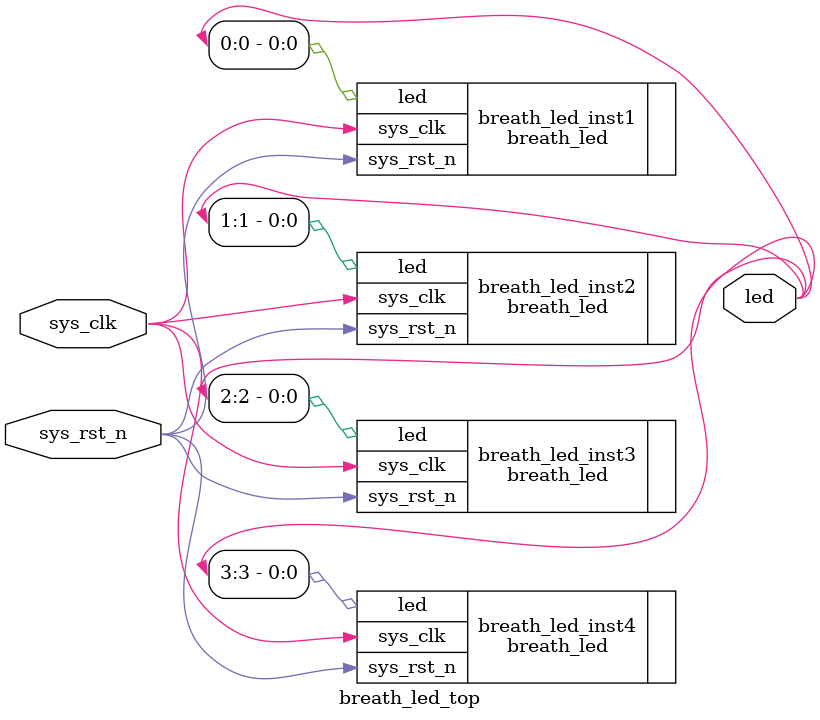
<source format=v>
module breath_led_top (
    input sys_clk,
    input sys_rst_n,

    output [3:0] led
);
    breath_led breath_led_inst1 (
        .sys_clk (sys_clk),
        .sys_rst_n (sys_rst_n),
        .led (led[0])
    );

    breath_led breath_led_inst2 (
        .sys_clk (sys_clk),
        .sys_rst_n (sys_rst_n),
        .led (led[1])
    );

    breath_led breath_led_inst3 (
        .sys_clk (sys_clk),
        .sys_rst_n (sys_rst_n),
        .led (led[2])
    );

    breath_led breath_led_inst4 (
        .sys_clk (sys_clk),
        .sys_rst_n (sys_rst_n),
        .led (led[3])
    );
endmodule
</source>
